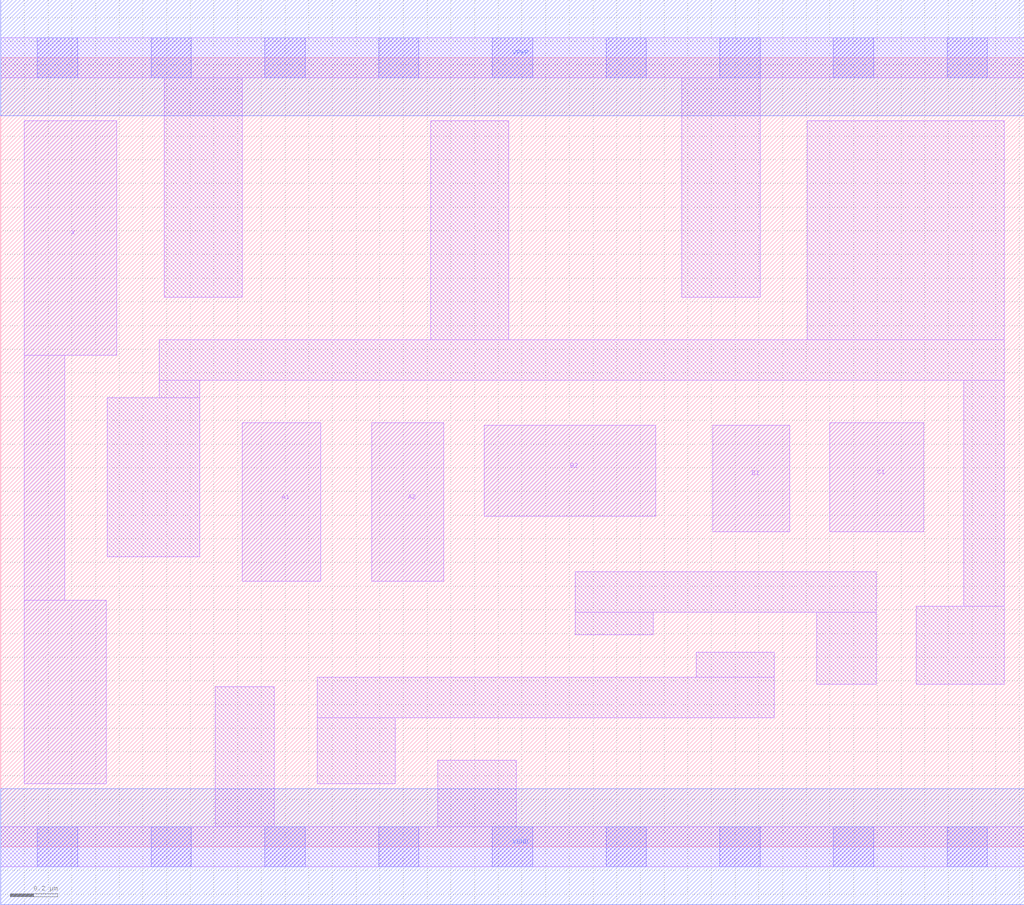
<source format=lef>
# Copyright 2020 The SkyWater PDK Authors
#
# Licensed under the Apache License, Version 2.0 (the "License");
# you may not use this file except in compliance with the License.
# You may obtain a copy of the License at
#
#     https://www.apache.org/licenses/LICENSE-2.0
#
# Unless required by applicable law or agreed to in writing, software
# distributed under the License is distributed on an "AS IS" BASIS,
# WITHOUT WARRANTIES OR CONDITIONS OF ANY KIND, either express or implied.
# See the License for the specific language governing permissions and
# limitations under the License.
#
# SPDX-License-Identifier: Apache-2.0

VERSION 5.7 ;
  NOWIREEXTENSIONATPIN ON ;
  DIVIDERCHAR "/" ;
  BUSBITCHARS "[]" ;
UNITS
  DATABASE MICRONS 200 ;
END UNITS
MACRO sky130_fd_sc_lp__o221a_lp
  CLASS CORE ;
  FOREIGN sky130_fd_sc_lp__o221a_lp ;
  ORIGIN  0.000000  0.000000 ;
  SIZE  4.320000 BY  3.330000 ;
  SYMMETRY X Y R90 ;
  SITE unit ;
  PIN A1
    ANTENNAGATEAREA  0.313000 ;
    DIRECTION INPUT ;
    USE SIGNAL ;
    PORT
      LAYER li1 ;
        RECT 1.020000 1.120000 1.350000 1.790000 ;
    END
  END A1
  PIN A2
    ANTENNAGATEAREA  0.313000 ;
    DIRECTION INPUT ;
    USE SIGNAL ;
    PORT
      LAYER li1 ;
        RECT 1.565000 1.120000 1.870000 1.790000 ;
    END
  END A2
  PIN B1
    ANTENNAGATEAREA  0.313000 ;
    DIRECTION INPUT ;
    USE SIGNAL ;
    PORT
      LAYER li1 ;
        RECT 3.005000 1.330000 3.330000 1.780000 ;
    END
  END B1
  PIN B2
    ANTENNAGATEAREA  0.313000 ;
    DIRECTION INPUT ;
    USE SIGNAL ;
    PORT
      LAYER li1 ;
        RECT 2.040000 1.395000 2.765000 1.780000 ;
    END
  END B2
  PIN C1
    ANTENNAGATEAREA  0.313000 ;
    DIRECTION INPUT ;
    USE SIGNAL ;
    PORT
      LAYER li1 ;
        RECT 3.500000 1.330000 3.895000 1.790000 ;
    END
  END C1
  PIN X
    ANTENNADIFFAREA  0.404700 ;
    DIRECTION OUTPUT ;
    USE SIGNAL ;
    PORT
      LAYER li1 ;
        RECT 0.100000 0.265000 0.445000 1.040000 ;
        RECT 0.100000 1.040000 0.270000 2.075000 ;
        RECT 0.100000 2.075000 0.490000 3.065000 ;
    END
  END X
  PIN VGND
    DIRECTION INOUT ;
    USE GROUND ;
    PORT
      LAYER met1 ;
        RECT 0.000000 -0.245000 4.320000 0.245000 ;
    END
  END VGND
  PIN VPWR
    DIRECTION INOUT ;
    USE POWER ;
    PORT
      LAYER met1 ;
        RECT 0.000000 3.085000 4.320000 3.575000 ;
    END
  END VPWR
  OBS
    LAYER li1 ;
      RECT 0.000000 -0.085000 4.320000 0.085000 ;
      RECT 0.000000  3.245000 4.320000 3.415000 ;
      RECT 0.450000  1.225000 0.840000 1.895000 ;
      RECT 0.670000  1.895000 0.840000 1.970000 ;
      RECT 0.670000  1.970000 4.235000 2.140000 ;
      RECT 0.690000  2.320000 1.020000 3.245000 ;
      RECT 0.905000  0.085000 1.155000 0.675000 ;
      RECT 1.335000  0.265000 1.665000 0.545000 ;
      RECT 1.335000  0.545000 3.265000 0.715000 ;
      RECT 1.815000  2.140000 2.145000 3.065000 ;
      RECT 1.845000  0.085000 2.175000 0.365000 ;
      RECT 2.425000  0.895000 2.755000 0.990000 ;
      RECT 2.425000  0.990000 3.695000 1.160000 ;
      RECT 2.875000  2.320000 3.205000 3.245000 ;
      RECT 2.935000  0.715000 3.265000 0.820000 ;
      RECT 3.405000  2.140000 4.235000 3.065000 ;
      RECT 3.445000  0.685000 3.695000 0.990000 ;
      RECT 3.865000  0.685000 4.235000 1.015000 ;
      RECT 4.065000  1.015000 4.235000 1.970000 ;
    LAYER mcon ;
      RECT 0.155000 -0.085000 0.325000 0.085000 ;
      RECT 0.155000  3.245000 0.325000 3.415000 ;
      RECT 0.635000 -0.085000 0.805000 0.085000 ;
      RECT 0.635000  3.245000 0.805000 3.415000 ;
      RECT 1.115000 -0.085000 1.285000 0.085000 ;
      RECT 1.115000  3.245000 1.285000 3.415000 ;
      RECT 1.595000 -0.085000 1.765000 0.085000 ;
      RECT 1.595000  3.245000 1.765000 3.415000 ;
      RECT 2.075000 -0.085000 2.245000 0.085000 ;
      RECT 2.075000  3.245000 2.245000 3.415000 ;
      RECT 2.555000 -0.085000 2.725000 0.085000 ;
      RECT 2.555000  3.245000 2.725000 3.415000 ;
      RECT 3.035000 -0.085000 3.205000 0.085000 ;
      RECT 3.035000  3.245000 3.205000 3.415000 ;
      RECT 3.515000 -0.085000 3.685000 0.085000 ;
      RECT 3.515000  3.245000 3.685000 3.415000 ;
      RECT 3.995000 -0.085000 4.165000 0.085000 ;
      RECT 3.995000  3.245000 4.165000 3.415000 ;
  END
END sky130_fd_sc_lp__o221a_lp
END LIBRARY

</source>
